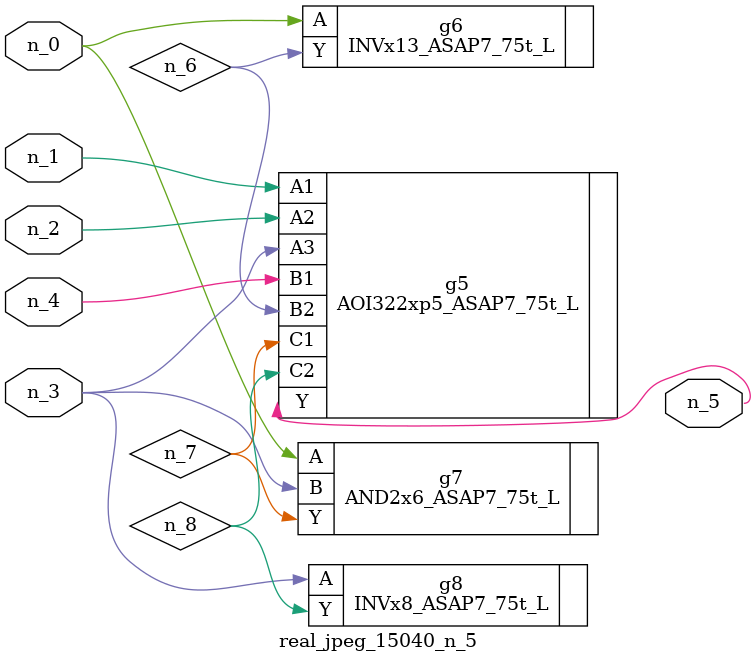
<source format=v>
module real_jpeg_15040_n_5 (n_4, n_0, n_1, n_2, n_3, n_5);

input n_4;
input n_0;
input n_1;
input n_2;
input n_3;

output n_5;

wire n_8;
wire n_6;
wire n_7;

INVx13_ASAP7_75t_L g6 ( 
.A(n_0),
.Y(n_6)
);

AND2x6_ASAP7_75t_L g7 ( 
.A(n_0),
.B(n_3),
.Y(n_7)
);

AOI322xp5_ASAP7_75t_L g5 ( 
.A1(n_1),
.A2(n_2),
.A3(n_3),
.B1(n_4),
.B2(n_6),
.C1(n_7),
.C2(n_8),
.Y(n_5)
);

INVx8_ASAP7_75t_L g8 ( 
.A(n_3),
.Y(n_8)
);


endmodule
</source>
